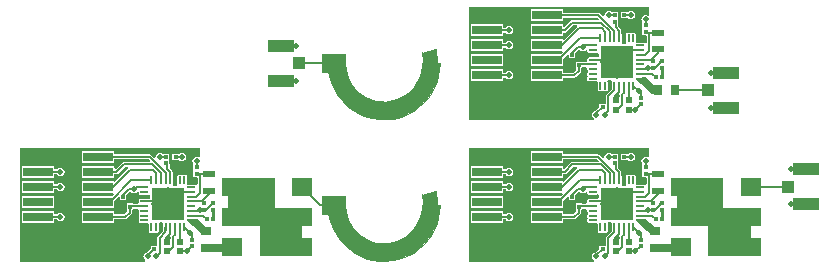
<source format=gtl>
G04*
G04 #@! TF.GenerationSoftware,Altium Limited,Altium Designer,21.7.2 (23)*
G04*
G04 Layer_Physical_Order=1*
G04 Layer_Color=255*
%FSLAX25Y25*%
%MOIN*%
G70*
G04*
G04 #@! TF.SameCoordinates,CCBFC18A-A892-47F7-AC39-C920CB58EF18*
G04*
G04*
G04 #@! TF.FilePolarity,Positive*
G04*
G01*
G75*
%ADD10C,0.00050*%
%ADD11R,0.08661X0.04134*%
%ADD12R,0.04134X0.03937*%
%ADD13R,0.03937X0.03937*%
%ADD14C,0.00600*%
%ADD15R,0.03150X0.03543*%
%ADD16R,0.09843X0.03000*%
%ADD17R,0.01378X0.01181*%
%ADD18R,0.01181X0.01378*%
G04:AMPARAMS|DCode=19|XSize=29.13mil|YSize=8.66mil|CornerRadius=1.08mil|HoleSize=0mil|Usage=FLASHONLY|Rotation=270.000|XOffset=0mil|YOffset=0mil|HoleType=Round|Shape=RoundedRectangle|*
%AMROUNDEDRECTD19*
21,1,0.02913,0.00650,0,0,270.0*
21,1,0.02697,0.00866,0,0,270.0*
1,1,0.00217,-0.00325,-0.01348*
1,1,0.00217,-0.00325,0.01348*
1,1,0.00217,0.00325,0.01348*
1,1,0.00217,0.00325,-0.01348*
%
%ADD19ROUNDEDRECTD19*%
G04:AMPARAMS|DCode=20|XSize=29.13mil|YSize=8.66mil|CornerRadius=1.08mil|HoleSize=0mil|Usage=FLASHONLY|Rotation=180.000|XOffset=0mil|YOffset=0mil|HoleType=Round|Shape=RoundedRectangle|*
%AMROUNDEDRECTD20*
21,1,0.02913,0.00650,0,0,180.0*
21,1,0.02697,0.00866,0,0,180.0*
1,1,0.00217,-0.01348,0.00325*
1,1,0.00217,0.01348,0.00325*
1,1,0.00217,0.01348,-0.00325*
1,1,0.00217,-0.01348,-0.00325*
%
%ADD20ROUNDEDRECTD20*%
%ADD21R,0.11024X0.11024*%
%ADD22R,0.02362X0.01968*%
%ADD23R,0.04331X0.02362*%
%ADD24C,0.02000*%
%ADD25C,0.02700*%
%ADD26C,0.00800*%
%ADD27C,0.01000*%
%ADD28R,0.03543X0.03150*%
%ADD29R,0.06500X0.06000*%
%ADD30C,0.02000*%
%ADD31C,0.02400*%
G36*
X226306Y122443D02*
X225806Y122176D01*
X225623Y122298D01*
X225076Y122407D01*
X224530Y122298D01*
X224067Y121989D01*
X223758Y121526D01*
X223649Y120979D01*
X223758Y120433D01*
X223821Y120339D01*
X223987Y119887D01*
X223987Y119887D01*
X223987Y119887D01*
Y117906D01*
X223987D01*
Y117722D01*
X223987D01*
Y115741D01*
X224989D01*
X225026Y115717D01*
X225338Y115654D01*
X225491Y115201D01*
Y113171D01*
X225491Y113171D01*
X224991Y112972D01*
X224679Y113101D01*
X222325D01*
X221958Y113196D01*
X221863Y113563D01*
Y115917D01*
X221702Y116306D01*
X221313Y116467D01*
X220663D01*
X220274Y116306D01*
X220127Y116306D01*
X219738Y116467D01*
X219089D01*
X218700Y116306D01*
X218538Y115917D01*
Y113220D01*
X218577Y113126D01*
X218251Y112626D01*
X217426D01*
X217100Y113126D01*
X217139Y113220D01*
Y115917D01*
X217046Y116140D01*
Y117206D01*
X217046Y117206D01*
X216984Y117518D01*
X216808Y117783D01*
X216011Y118580D01*
Y119971D01*
X216011Y119971D01*
X215995Y120050D01*
X215995Y121152D01*
X215995Y121652D01*
Y123317D01*
X213845D01*
X213833Y123336D01*
X213370Y123645D01*
X212824Y123754D01*
X212277Y123645D01*
X211814Y123336D01*
X211505Y122873D01*
X211396Y122327D01*
X211426Y122174D01*
X210966Y121928D01*
X209973Y122921D01*
X209708Y123098D01*
X209396Y123160D01*
X209396Y123160D01*
X197528D01*
Y124244D01*
X186885D01*
Y120444D01*
X197528D01*
Y121528D01*
X209058D01*
X209465Y121122D01*
X209274Y120660D01*
X200706D01*
X200394Y120598D01*
X200130Y120421D01*
X200130Y120421D01*
X198028Y118319D01*
X197528Y118526D01*
Y119244D01*
X186885D01*
Y115444D01*
X197528D01*
Y116528D01*
X198206D01*
X198206Y116528D01*
X198519Y116590D01*
X198783Y116767D01*
X201044Y119028D01*
X202089D01*
X202241Y118528D01*
X202229Y118521D01*
X202229Y118521D01*
X197828Y114120D01*
X197528Y114244D01*
Y114244D01*
X186885D01*
Y110444D01*
X197246D01*
X197453Y109944D01*
X196753Y109244D01*
X186885D01*
Y105444D01*
X197528D01*
Y107712D01*
X199141Y109326D01*
X199603Y109134D01*
Y108025D01*
X201584D01*
Y109569D01*
X202658Y110642D01*
X203197Y110735D01*
X203660Y110425D01*
X204206Y110317D01*
X204752Y110425D01*
X205216Y110735D01*
X205223Y110747D01*
X205724Y110595D01*
Y110326D01*
X205885Y109937D01*
X206274Y109776D01*
X208970D01*
X209065Y109815D01*
X209565Y109489D01*
Y108519D01*
X209065Y108337D01*
X208970Y108377D01*
X206274D01*
X205885Y108215D01*
X205724Y107826D01*
Y107177D01*
X205362Y106742D01*
X203750D01*
Y106803D01*
X201768D01*
Y104625D01*
X201920D01*
X201934Y104125D01*
X200968Y103160D01*
X197528D01*
Y104244D01*
X186885D01*
Y100444D01*
X197528D01*
Y101528D01*
X201306D01*
X201306Y101528D01*
X201619Y101591D01*
X201883Y101767D01*
X203336Y103220D01*
X203336Y103220D01*
X203513Y103485D01*
X203575Y103797D01*
Y104625D01*
X203750D01*
Y105111D01*
X205362D01*
X205724Y104677D01*
Y104027D01*
X205745Y103974D01*
X205863Y103565D01*
X205745Y103155D01*
X205724Y103102D01*
Y102452D01*
X205885Y102063D01*
X205885Y101916D01*
X205724Y101527D01*
Y100878D01*
X205885Y100488D01*
X206274Y100327D01*
X208628D01*
X208995Y100233D01*
X209090Y99866D01*
Y97511D01*
X209251Y97122D01*
X209640Y96961D01*
X210289D01*
X210342Y96983D01*
X210752Y97101D01*
X211162Y96983D01*
X211215Y96961D01*
X211864D01*
X212253Y97122D01*
X212414Y97511D01*
Y100208D01*
X212375Y100302D01*
X212701Y100802D01*
X213527D01*
X213853Y100302D01*
X213814Y100208D01*
Y97605D01*
X212129Y95921D01*
X211953Y95656D01*
X211891Y95344D01*
X211891Y95344D01*
Y93212D01*
X211865Y92722D01*
X209687D01*
Y91796D01*
X208402Y90511D01*
X208160Y90463D01*
X207697Y90153D01*
X207387Y89690D01*
X207279Y89144D01*
X207387Y88598D01*
X207697Y88135D01*
X208004Y87930D01*
X207852Y87430D01*
X166170D01*
Y125169D01*
X226306D01*
Y122443D01*
D02*
G37*
G36*
X224706Y100244D02*
X223606Y99444D01*
X222206Y100844D01*
Y101344D01*
X223606D01*
X224706Y100244D01*
D02*
G37*
G36*
X155442Y110442D02*
X155673Y109279D01*
X155828Y108103D01*
X155905Y106920D01*
Y106327D01*
X156496D01*
X156383Y104276D01*
X156046Y102250D01*
X155489Y100273D01*
X154718Y98369D01*
X153743Y96561D01*
X152576Y94870D01*
X151230Y93318D01*
X149722Y91923D01*
X148071Y90702D01*
X146295Y89669D01*
X144417Y88838D01*
X142459Y88217D01*
X140444Y87815D01*
X138398Y87636D01*
X136345Y87683D01*
X134308Y87954D01*
X132314Y88447D01*
X130386Y89156D01*
X128548Y90073D01*
X126821Y91185D01*
X125227Y92480D01*
X123784Y93942D01*
X122510Y95553D01*
X121420Y97295D01*
X120529Y99145D01*
X119845Y101082D01*
X119329Y103374D01*
X117323D01*
Y109280D01*
X125000D01*
Y106339D01*
X125000Y106293D01*
X125009Y105853D01*
X125165Y104280D01*
X125514Y102738D01*
X125981Y101413D01*
X126591Y100147D01*
X127337Y98955D01*
X128208Y97853D01*
X129196Y96852D01*
X130287Y95967D01*
X131468Y95205D01*
X132726Y94579D01*
X134045Y94094D01*
X135409Y93756D01*
X136803Y93570D01*
X138208Y93538D01*
X139608Y93661D01*
X140986Y93936D01*
X142326Y94361D01*
X143611Y94930D01*
X144826Y95636D01*
X145956Y96472D01*
X146987Y97426D01*
X147908Y98488D01*
X148707Y99645D01*
X149374Y100882D01*
X149901Y102184D01*
X150283Y103537D01*
X150513Y104924D01*
X150591Y106327D01*
X151181D01*
X151174Y106765D01*
X151117Y107639D01*
X151002Y108507D01*
X150831Y109367D01*
X150725Y109791D01*
X155288Y111014D01*
X155442Y110442D01*
D02*
G37*
G36*
X226306Y75199D02*
X225806Y74932D01*
X225623Y75054D01*
X225076Y75163D01*
X224530Y75054D01*
X224067Y74745D01*
X223758Y74282D01*
X223649Y73735D01*
X223758Y73189D01*
X223821Y73095D01*
X223987Y72643D01*
X223987Y72643D01*
X223987Y72643D01*
Y70662D01*
X223987D01*
Y70478D01*
X223987D01*
Y68497D01*
X224989D01*
X225026Y68472D01*
X225338Y68410D01*
X225491Y67957D01*
Y65926D01*
X225491Y65926D01*
X224991Y65728D01*
X224679Y65857D01*
X222325D01*
X221958Y65952D01*
X221863Y66319D01*
Y68673D01*
X221702Y69062D01*
X221313Y69223D01*
X220663D01*
X220274Y69062D01*
X220127Y69062D01*
X219738Y69223D01*
X219089D01*
X218700Y69062D01*
X218538Y68673D01*
Y65976D01*
X218577Y65882D01*
X218251Y65382D01*
X217426D01*
X217100Y65882D01*
X217139Y65976D01*
Y68673D01*
X217046Y68896D01*
Y69962D01*
X217046Y69962D01*
X216984Y70274D01*
X216808Y70539D01*
X216011Y71336D01*
Y72727D01*
X216011Y72727D01*
X215995Y72806D01*
X215995Y73908D01*
X215995Y74408D01*
Y76073D01*
X213845D01*
X213833Y76092D01*
X213370Y76401D01*
X212824Y76510D01*
X212277Y76401D01*
X211814Y76092D01*
X211505Y75629D01*
X211396Y75083D01*
X211426Y74930D01*
X210966Y74684D01*
X209973Y75677D01*
X209708Y75854D01*
X209396Y75916D01*
X209396Y75916D01*
X197528D01*
Y77000D01*
X186885D01*
Y73200D01*
X197528D01*
Y74284D01*
X209058D01*
X209465Y73878D01*
X209273Y73416D01*
X200706D01*
X200394Y73354D01*
X200130Y73177D01*
X200130Y73177D01*
X198028Y71075D01*
X197528Y71282D01*
Y72000D01*
X186885D01*
Y68200D01*
X197528D01*
Y69284D01*
X198206D01*
X198206Y69284D01*
X198518Y69346D01*
X198783Y69523D01*
X201044Y71784D01*
X202089D01*
X202241Y71284D01*
X202229Y71277D01*
X202229Y71277D01*
X197828Y66875D01*
X197528Y67000D01*
Y67000D01*
X186885D01*
Y63200D01*
X197246D01*
X197453Y62700D01*
X196753Y62000D01*
X186885D01*
Y58200D01*
X197528D01*
Y60468D01*
X199141Y62081D01*
X199603Y61890D01*
Y60781D01*
X201584D01*
Y62324D01*
X202658Y63398D01*
X203197Y63491D01*
X203660Y63181D01*
X204206Y63073D01*
X204752Y63181D01*
X205216Y63491D01*
X205223Y63502D01*
X205724Y63351D01*
Y63082D01*
X205885Y62693D01*
X206274Y62532D01*
X208970D01*
X209065Y62571D01*
X209565Y62245D01*
Y61275D01*
X209065Y61093D01*
X208970Y61132D01*
X206274D01*
X205885Y60971D01*
X205724Y60582D01*
Y59933D01*
X205362Y59498D01*
X203750D01*
Y59559D01*
X201768D01*
Y57381D01*
X201920D01*
X201934Y56881D01*
X200968Y55916D01*
X197528D01*
Y57000D01*
X186885D01*
Y53200D01*
X197528D01*
Y54284D01*
X201306D01*
X201306Y54284D01*
X201618Y54346D01*
X201883Y54523D01*
X203336Y55976D01*
X203336Y55976D01*
X203513Y56241D01*
X203575Y56553D01*
Y57381D01*
X203750D01*
Y57867D01*
X205362D01*
X205724Y57433D01*
Y56783D01*
X205745Y56730D01*
X205863Y56321D01*
X205745Y55911D01*
X205724Y55858D01*
Y55208D01*
X205885Y54819D01*
X205885Y54672D01*
X205724Y54283D01*
Y53633D01*
X205885Y53245D01*
X206274Y53083D01*
X208628D01*
X208995Y52989D01*
X209090Y52621D01*
Y50267D01*
X209251Y49878D01*
X209640Y49717D01*
X210289D01*
X210342Y49739D01*
X210752Y49857D01*
X211162Y49739D01*
X211215Y49717D01*
X211864D01*
X212253Y49878D01*
X212414Y50267D01*
Y52964D01*
X212375Y53058D01*
X212701Y53558D01*
X213527D01*
X213853Y53058D01*
X213814Y52964D01*
Y50361D01*
X212129Y48677D01*
X211953Y48412D01*
X211891Y48100D01*
X211891Y48100D01*
Y45968D01*
X211865Y45478D01*
X209687D01*
Y44552D01*
X208402Y43267D01*
X208160Y43219D01*
X207697Y42909D01*
X207387Y42446D01*
X207279Y41900D01*
X207387Y41354D01*
X207697Y40891D01*
X208004Y40686D01*
X207852Y40186D01*
X166170D01*
Y77925D01*
X226306D01*
Y75199D01*
D02*
G37*
G36*
X76700D02*
X76200Y74932D01*
X76016Y75054D01*
X75470Y75163D01*
X74924Y75054D01*
X74461Y74745D01*
X74151Y74282D01*
X74043Y73735D01*
X74151Y73189D01*
X74215Y73095D01*
X74381Y72643D01*
X74381Y72643D01*
X74381Y72643D01*
Y70662D01*
X74381D01*
Y70478D01*
X74381D01*
Y68497D01*
X75383D01*
X75419Y68472D01*
X75731Y68410D01*
X75884Y67957D01*
Y65926D01*
X75884Y65926D01*
X75384Y65728D01*
X75073Y65857D01*
X72719D01*
X72352Y65952D01*
X72257Y66319D01*
Y68673D01*
X72096Y69062D01*
X71707Y69223D01*
X71057D01*
X70668Y69062D01*
X70521Y69062D01*
X70132Y69223D01*
X69482D01*
X69093Y69062D01*
X68932Y68673D01*
Y65976D01*
X68971Y65882D01*
X68645Y65382D01*
X67819D01*
X67493Y65882D01*
X67532Y65976D01*
Y68673D01*
X67440Y68896D01*
Y69962D01*
X67440Y69962D01*
X67378Y70274D01*
X67201Y70539D01*
X66405Y71336D01*
Y72727D01*
X66405Y72727D01*
X66389Y72806D01*
X66389Y73908D01*
X66389Y74408D01*
Y76073D01*
X64239D01*
X64227Y76092D01*
X63764Y76401D01*
X63217Y76510D01*
X62671Y76401D01*
X62208Y76092D01*
X61899Y75629D01*
X61790Y75083D01*
X61820Y74930D01*
X61360Y74684D01*
X60366Y75677D01*
X60102Y75854D01*
X59790Y75916D01*
X59790Y75916D01*
X47921D01*
Y77000D01*
X37279D01*
Y73200D01*
X47921D01*
Y74284D01*
X59452D01*
X59859Y73878D01*
X59667Y73416D01*
X51100D01*
X50788Y73354D01*
X50523Y73177D01*
X50523Y73177D01*
X48421Y71075D01*
X47921Y71282D01*
Y72000D01*
X37279D01*
Y68200D01*
X47921D01*
Y69284D01*
X48600D01*
X48600Y69284D01*
X48912Y69346D01*
X49177Y69523D01*
X51438Y71784D01*
X52483D01*
X52635Y71284D01*
X52623Y71277D01*
X52623Y71277D01*
X48222Y66875D01*
X47921Y67000D01*
Y67000D01*
X37279D01*
Y63200D01*
X47639D01*
X47846Y62700D01*
X47146Y62000D01*
X37279D01*
Y58200D01*
X47921D01*
Y60468D01*
X49535Y62081D01*
X49997Y61890D01*
Y60781D01*
X51978D01*
Y62324D01*
X53051Y63398D01*
X53591Y63491D01*
X54054Y63181D01*
X54600Y63073D01*
X55146Y63181D01*
X55609Y63491D01*
X55617Y63502D01*
X56117Y63351D01*
Y63082D01*
X56278Y62693D01*
X56667Y62532D01*
X59364D01*
X59458Y62571D01*
X59958Y62245D01*
Y61275D01*
X59458Y61093D01*
X59364Y61132D01*
X56667D01*
X56278Y60971D01*
X56117Y60582D01*
Y59933D01*
X55756Y59498D01*
X54143D01*
Y59559D01*
X52162D01*
Y57381D01*
X52314D01*
X52328Y56881D01*
X51362Y55916D01*
X47921D01*
Y57000D01*
X37279D01*
Y53200D01*
X47921D01*
Y54284D01*
X51700D01*
X51700Y54284D01*
X52012Y54346D01*
X52277Y54523D01*
X53729Y55976D01*
X53729Y55976D01*
X53906Y56241D01*
X53968Y56553D01*
Y57381D01*
X54143D01*
Y57867D01*
X55756D01*
X56117Y57433D01*
Y56783D01*
X56139Y56730D01*
X56257Y56321D01*
X56139Y55911D01*
X56117Y55858D01*
Y55208D01*
X56278Y54819D01*
X56278Y54672D01*
X56117Y54283D01*
Y53633D01*
X56278Y53245D01*
X56667Y53083D01*
X59021D01*
X59389Y52989D01*
X59483Y52621D01*
Y50267D01*
X59645Y49878D01*
X60034Y49717D01*
X60683D01*
X61072Y49878D01*
X61219Y49878D01*
X61608Y49717D01*
X62258D01*
X62647Y49878D01*
X62808Y50267D01*
Y52964D01*
X62769Y53058D01*
X63095Y53558D01*
X63921D01*
X64247Y53058D01*
X64208Y52964D01*
Y50361D01*
X62523Y48677D01*
X62346Y48412D01*
X62284Y48100D01*
X62284Y48100D01*
Y45968D01*
X62259Y45478D01*
X60081D01*
Y44552D01*
X58796Y43267D01*
X58554Y43219D01*
X58091Y42909D01*
X57781Y42446D01*
X57673Y41900D01*
X57781Y41354D01*
X58091Y40891D01*
X58397Y40686D01*
X58246Y40186D01*
X16564D01*
Y77925D01*
X76700D01*
Y75199D01*
D02*
G37*
G36*
X224706Y53000D02*
X223606Y52200D01*
X222206Y53600D01*
Y54100D01*
X223606D01*
X224706Y53000D01*
D02*
G37*
G36*
X75100D02*
X74000Y52200D01*
X72600Y53600D01*
Y54100D01*
X74000D01*
X75100Y53000D01*
D02*
G37*
G36*
X155442Y63197D02*
X155673Y62034D01*
X155828Y60859D01*
X155905Y59676D01*
Y59083D01*
X156496D01*
X156383Y57032D01*
X156046Y55006D01*
X155489Y53029D01*
X154718Y51124D01*
X153743Y49316D01*
X152576Y47626D01*
X151230Y46074D01*
X149722Y44679D01*
X148071Y43458D01*
X146295Y42425D01*
X144417Y41594D01*
X142459Y40973D01*
X140444Y40571D01*
X138398Y40392D01*
X136345Y40439D01*
X134308Y40710D01*
X132314Y41203D01*
X130386Y41912D01*
X128548Y42829D01*
X126821Y43941D01*
X125227Y45236D01*
X123784Y46698D01*
X122510Y48309D01*
X121420Y50050D01*
X120529Y51901D01*
X119845Y53838D01*
X119329Y56130D01*
X117323D01*
Y62036D01*
X125000D01*
Y59095D01*
X125000Y59049D01*
X125009Y58609D01*
X125165Y57036D01*
X125514Y55494D01*
X125981Y54169D01*
X126591Y52903D01*
X127337Y51711D01*
X128208Y50609D01*
X129196Y49608D01*
X130287Y48722D01*
X131468Y47961D01*
X132726Y47335D01*
X134045Y46850D01*
X135409Y46512D01*
X136803Y46326D01*
X138208Y46294D01*
X139608Y46417D01*
X140986Y46692D01*
X142326Y47117D01*
X143611Y47686D01*
X144826Y48392D01*
X145956Y49228D01*
X146987Y50182D01*
X147908Y51244D01*
X148707Y52401D01*
X149374Y53638D01*
X149901Y54940D01*
X150283Y56293D01*
X150513Y57679D01*
X150591Y59083D01*
X151181D01*
X151174Y59521D01*
X151117Y60395D01*
X151002Y61263D01*
X150831Y62122D01*
X150725Y62547D01*
X155288Y63770D01*
X155442Y63197D01*
D02*
G37*
G36*
X251006Y57970D02*
X260317D01*
Y41970D01*
X246006D01*
Y51970D01*
X235514D01*
Y67970D01*
X251006D01*
Y57970D01*
D02*
G37*
G36*
X101400D02*
X110711D01*
Y41970D01*
X96400D01*
Y51970D01*
X85908D01*
Y67970D01*
X101400D01*
Y57970D01*
D02*
G37*
%LPC*%
G36*
X220089Y123754D02*
X219543Y123645D01*
X219080Y123336D01*
X219067Y123317D01*
X216917D01*
Y121336D01*
X219067D01*
X219080Y121317D01*
X219543Y121008D01*
X220089Y120899D01*
X220635Y121008D01*
X221098Y121317D01*
X221408Y121781D01*
X221516Y122327D01*
X221408Y122873D01*
X221098Y123336D01*
X220635Y123645D01*
X220089Y123754D01*
D02*
G37*
G36*
X177528Y119244D02*
X166885D01*
Y115444D01*
X177528D01*
Y116528D01*
X178468D01*
X178597Y116335D01*
X179060Y116025D01*
X179606Y115917D01*
X180152Y116025D01*
X180616Y116335D01*
X180925Y116798D01*
X181034Y117344D01*
X180925Y117890D01*
X180616Y118353D01*
X180152Y118663D01*
X179606Y118772D01*
X179060Y118663D01*
X178597Y118353D01*
X178468Y118160D01*
X177528D01*
Y119244D01*
D02*
G37*
G36*
Y114244D02*
X166885D01*
Y110444D01*
X177528D01*
Y111528D01*
X178468D01*
X178597Y111335D01*
X179060Y111025D01*
X179606Y110917D01*
X180152Y111025D01*
X180616Y111335D01*
X180925Y111798D01*
X181034Y112344D01*
X180925Y112890D01*
X180616Y113353D01*
X180152Y113663D01*
X179606Y113771D01*
X179060Y113663D01*
X178597Y113353D01*
X178468Y113160D01*
X177528D01*
Y114244D01*
D02*
G37*
G36*
Y109244D02*
X166885D01*
Y105444D01*
X177528D01*
Y109244D01*
D02*
G37*
G36*
Y104244D02*
X166885D01*
Y100444D01*
X177528D01*
Y101528D01*
X178468D01*
X178597Y101335D01*
X179060Y101025D01*
X179606Y100917D01*
X180152Y101025D01*
X180616Y101335D01*
X180925Y101798D01*
X181034Y102344D01*
X180925Y102890D01*
X180616Y103353D01*
X180152Y103663D01*
X179606Y103771D01*
X179060Y103663D01*
X178597Y103353D01*
X178468Y103160D01*
X177528D01*
Y104244D01*
D02*
G37*
G36*
X220089Y76510D02*
X219543Y76401D01*
X219080Y76092D01*
X219067Y76073D01*
X216917D01*
Y74092D01*
X219067D01*
X219080Y74073D01*
X219543Y73764D01*
X220089Y73655D01*
X220635Y73764D01*
X221098Y74073D01*
X221408Y74536D01*
X221516Y75083D01*
X221408Y75629D01*
X221098Y76092D01*
X220635Y76401D01*
X220089Y76510D01*
D02*
G37*
G36*
X177527Y72000D02*
X166885D01*
Y68200D01*
X177527D01*
Y69284D01*
X178468D01*
X178597Y69091D01*
X179060Y68781D01*
X179606Y68673D01*
X180152Y68781D01*
X180616Y69091D01*
X180925Y69554D01*
X181034Y70100D01*
X180925Y70646D01*
X180616Y71109D01*
X180152Y71419D01*
X179606Y71527D01*
X179060Y71419D01*
X178597Y71109D01*
X178468Y70916D01*
X177527D01*
Y72000D01*
D02*
G37*
G36*
Y67000D02*
X166885D01*
Y63200D01*
X177527D01*
Y64284D01*
X178468D01*
X178597Y64091D01*
X179060Y63781D01*
X179606Y63673D01*
X180152Y63781D01*
X180616Y64091D01*
X180925Y64554D01*
X181034Y65100D01*
X180925Y65646D01*
X180616Y66109D01*
X180152Y66419D01*
X179606Y66527D01*
X179060Y66419D01*
X178597Y66109D01*
X178468Y65916D01*
X177527D01*
Y67000D01*
D02*
G37*
G36*
Y62000D02*
X166885D01*
Y58200D01*
X177527D01*
Y62000D01*
D02*
G37*
G36*
Y57000D02*
X166885D01*
Y53200D01*
X177527D01*
Y54284D01*
X178468D01*
X178597Y54091D01*
X179060Y53781D01*
X179606Y53673D01*
X180152Y53781D01*
X180616Y54091D01*
X180925Y54554D01*
X181034Y55100D01*
X180925Y55646D01*
X180616Y56109D01*
X180152Y56419D01*
X179606Y56527D01*
X179060Y56419D01*
X178597Y56109D01*
X178468Y55916D01*
X177527D01*
Y57000D01*
D02*
G37*
G36*
X70483Y76510D02*
X69936Y76401D01*
X69473Y76092D01*
X69461Y76073D01*
X67311D01*
Y74092D01*
X69461D01*
X69473Y74073D01*
X69936Y73764D01*
X70483Y73655D01*
X71029Y73764D01*
X71492Y74073D01*
X71801Y74536D01*
X71910Y75083D01*
X71801Y75629D01*
X71492Y76092D01*
X71029Y76401D01*
X70483Y76510D01*
D02*
G37*
G36*
X27921Y72000D02*
X17279D01*
Y68200D01*
X27921D01*
Y69284D01*
X28861D01*
X28991Y69091D01*
X29454Y68781D01*
X30000Y68673D01*
X30546Y68781D01*
X31009Y69091D01*
X31319Y69554D01*
X31427Y70100D01*
X31319Y70646D01*
X31009Y71109D01*
X30546Y71419D01*
X30000Y71527D01*
X29454Y71419D01*
X28991Y71109D01*
X28861Y70916D01*
X27921D01*
Y72000D01*
D02*
G37*
G36*
Y67000D02*
X17279D01*
Y63200D01*
X27921D01*
Y64284D01*
X28861D01*
X28991Y64091D01*
X29454Y63781D01*
X30000Y63673D01*
X30546Y63781D01*
X31009Y64091D01*
X31319Y64554D01*
X31427Y65100D01*
X31319Y65646D01*
X31009Y66109D01*
X30546Y66419D01*
X30000Y66527D01*
X29454Y66419D01*
X28991Y66109D01*
X28861Y65916D01*
X27921D01*
Y67000D01*
D02*
G37*
G36*
Y62000D02*
X17279D01*
Y58200D01*
X27921D01*
Y62000D01*
D02*
G37*
G36*
Y57000D02*
X17279D01*
Y53200D01*
X27921D01*
Y54284D01*
X28861D01*
X28991Y54091D01*
X29454Y53781D01*
X30000Y53673D01*
X30546Y53781D01*
X31009Y54091D01*
X31319Y54554D01*
X31427Y55100D01*
X31319Y55646D01*
X31009Y56109D01*
X30546Y56419D01*
X30000Y56527D01*
X29454Y56419D01*
X28991Y56109D01*
X28861Y55916D01*
X27921D01*
Y57000D01*
D02*
G37*
%LPD*%
D10*
X155905Y106327D02*
G03*
X155288Y111014I-18110J-0D01*
G01*
X151181Y106327D02*
G03*
X150725Y109791I-13386J0D01*
G01*
X155905Y106327D02*
X156496D01*
X150725Y109791D02*
X155288Y111014D01*
X117323Y106327D02*
Y109280D01*
Y103374D02*
Y106327D01*
X156383Y104276D02*
X156496Y106327D01*
X156046Y102250D02*
X156383Y104276D01*
X155489Y100273D02*
X156046Y102250D01*
X154718Y98369D02*
X155489Y100273D01*
X153743Y96561D02*
X154718Y98369D01*
X150591Y106327D02*
X151181D01*
X150513Y104924D02*
X150591Y106327D01*
X150283Y103537D02*
X150513Y104924D01*
X149901Y102184D02*
X150283Y103537D01*
X149374Y100882D02*
X149901Y102184D01*
X148707Y99645D02*
X149374Y100882D01*
X147908Y98488D02*
X148707Y99645D01*
X146987Y97426D02*
X147908Y98488D01*
X145956Y96472D02*
X146987Y97426D01*
X144826Y95636D02*
X145956Y96472D01*
X152576Y94870D02*
X153743Y96561D01*
X151230Y93318D02*
X152576Y94870D01*
X149722Y91923D02*
X151230Y93318D01*
X143611Y94930D02*
X144826Y95636D01*
X142326Y94361D02*
X143611Y94930D01*
X148071Y90702D02*
X149722Y91923D01*
X146295Y89669D02*
X148071Y90702D01*
X144417Y88838D02*
X146295Y89669D01*
X142459Y88217D02*
X144417Y88838D01*
X140444Y87815D02*
X142459Y88217D01*
X140986Y93936D02*
X142326Y94361D01*
X139608Y93661D02*
X140986Y93936D01*
X135409Y93756D02*
X136803Y93570D01*
X132726Y94579D02*
X134045Y94094D01*
X135409Y93756D01*
X138208Y93538D02*
X139608Y93661D01*
X136803Y93570D02*
X138208Y93538D01*
X138398Y87636D02*
X140444Y87815D01*
X134308Y87954D02*
X136345Y87683D01*
X138398Y87636D01*
X125000Y106339D02*
Y106393D01*
Y107907D02*
Y109280D01*
Y106339D02*
X125000Y106293D01*
X117323Y109280D02*
X125000D01*
X125514Y102738D02*
X125981Y101413D01*
X125165Y104280D02*
X125514Y102738D01*
X125981Y101413D02*
X126591Y100147D01*
X125000Y106293D02*
X125009Y105853D01*
X125165Y104280D01*
X125000Y106393D02*
Y106609D01*
Y107907D01*
X119329Y103374D02*
X119845Y101082D01*
X117323Y103374D02*
X119329D01*
X129196Y96852D02*
X130287Y95967D01*
X131468Y95205D02*
X132726Y94579D01*
X130386Y89156D02*
X132314Y88447D01*
X134308Y87954D01*
X130287Y95967D02*
X131468Y95205D01*
X128548Y90073D02*
X130386Y89156D01*
X127337Y98955D02*
X128208Y97853D01*
X126591Y100147D02*
X127337Y98955D01*
X128208Y97853D02*
X129196Y96852D01*
X119845Y101082D02*
X120529Y99145D01*
X121420Y97295D01*
X125227Y92480D02*
X126821Y91185D01*
X123784Y93942D02*
X125227Y92480D01*
X126821Y91185D02*
X128548Y90073D01*
X121420Y97295D02*
X122510Y95553D01*
X123784Y93942D01*
X155905Y59083D02*
G03*
X155288Y63770I-18110J-0D01*
G01*
X151181Y59083D02*
G03*
X150725Y62547I-13386J0D01*
G01*
X117323Y59083D02*
Y62036D01*
Y56130D02*
Y59083D01*
X155905D02*
X156496D01*
X156383Y57032D02*
X156496Y59083D01*
X150725Y62547D02*
X155288Y63770D01*
X156046Y55006D02*
X156383Y57032D01*
X155489Y53029D02*
X156046Y55006D01*
X154718Y51124D02*
X155489Y53029D01*
X153743Y49316D02*
X154718Y51124D01*
X150591Y59083D02*
X151181D01*
X150513Y57679D02*
X150591Y59083D01*
X150283Y56293D02*
X150513Y57679D01*
X149901Y54940D02*
X150283Y56293D01*
X149374Y53638D02*
X149901Y54940D01*
X148707Y52401D02*
X149374Y53638D01*
X147908Y51244D02*
X148707Y52401D01*
X146987Y50182D02*
X147908Y51244D01*
X145956Y49228D02*
X146987Y50182D01*
X144826Y48392D02*
X145956Y49228D01*
X152576Y47626D02*
X153743Y49316D01*
X151230Y46074D02*
X152576Y47626D01*
X149722Y44679D02*
X151230Y46074D01*
X143611Y47686D02*
X144826Y48392D01*
X142326Y47117D02*
X143611Y47686D01*
X148071Y43458D02*
X149722Y44679D01*
X146295Y42425D02*
X148071Y43458D01*
X144417Y41594D02*
X146295Y42425D01*
X142459Y40973D02*
X144417Y41594D01*
X140444Y40571D02*
X142459Y40973D01*
X140986Y46692D02*
X142326Y47117D01*
X139608Y46417D02*
X140986Y46692D01*
X135409Y46512D02*
X136803Y46326D01*
X132726Y47335D02*
X134045Y46850D01*
X135409Y46512D01*
X138208Y46294D02*
X139608Y46417D01*
X136803Y46326D02*
X138208Y46294D01*
X138398Y40392D02*
X140444Y40571D01*
X134308Y40710D02*
X136345Y40439D01*
X138398Y40392D01*
X125000Y59095D02*
Y59149D01*
Y60663D02*
Y62036D01*
Y59095D02*
X125000Y59049D01*
X117323Y62036D02*
X125000D01*
X125514Y55494D02*
X125981Y54169D01*
X125165Y57036D02*
X125514Y55494D01*
X125981Y54169D02*
X126591Y52903D01*
X125000Y59049D02*
X125009Y58609D01*
X125165Y57036D01*
X125000Y59149D02*
Y59365D01*
Y60663D01*
X119329Y56130D02*
X119845Y53838D01*
X117323Y56130D02*
X119329D01*
X129196Y49608D02*
X130287Y48722D01*
X131468Y47961D02*
X132726Y47335D01*
X130386Y41912D02*
X132314Y41203D01*
X134308Y40710D01*
X130287Y48722D02*
X131468Y47961D01*
X128548Y42829D02*
X130386Y41912D01*
X127337Y51711D02*
X128208Y50609D01*
X126591Y52903D02*
X127337Y51711D01*
X128208Y50609D02*
X129196Y49608D01*
X119845Y53838D02*
X120529Y51901D01*
X121420Y50050D01*
X125227Y45236D02*
X126821Y43941D01*
X123784Y46698D02*
X125227Y45236D01*
X126821Y43941D02*
X128548Y42829D01*
X121420Y50050D02*
X122510Y48309D01*
X123784Y46698D01*
D11*
X103600Y100537D02*
D03*
Y112151D02*
D03*
X251906Y91537D02*
D03*
Y103151D02*
D03*
X278706Y59293D02*
D03*
Y70907D02*
D03*
D12*
X109604Y106344D02*
D03*
X245902Y97344D02*
D03*
X272702Y65100D02*
D03*
D13*
X120079Y106327D02*
D03*
Y59083D02*
D03*
D14*
X109604Y106327D02*
X117323D01*
X120079D01*
X245902Y97344D02*
X245902Y97344D01*
X234762Y97344D02*
X245902D01*
X272572Y64970D02*
X272702Y65100D01*
X260256Y64970D02*
X272572D01*
X236530Y44744D02*
X236756Y44970D01*
X86924Y44744D02*
X87150Y44970D01*
X117323Y59083D02*
X120079D01*
X116537D02*
X117323D01*
X110650Y64970D02*
X116537Y59083D01*
D15*
X229250Y97344D02*
D03*
X234762D02*
D03*
D16*
X172206Y122344D02*
D03*
X192206D02*
D03*
X172206Y117344D02*
D03*
X192206D02*
D03*
X172206Y112344D02*
D03*
X192206D02*
D03*
X172206Y107344D02*
D03*
X192206D02*
D03*
X172206Y102344D02*
D03*
X192206D02*
D03*
X172206Y75100D02*
D03*
X192206D02*
D03*
X172206Y70100D02*
D03*
X192206D02*
D03*
X172206Y65100D02*
D03*
X192206D02*
D03*
X172206Y60100D02*
D03*
X192206D02*
D03*
X172206Y55100D02*
D03*
X192206D02*
D03*
X22600Y75100D02*
D03*
X42600D02*
D03*
X22600Y70100D02*
D03*
X42600D02*
D03*
X22600Y65100D02*
D03*
X42600D02*
D03*
X22600Y60100D02*
D03*
X42600D02*
D03*
X22600Y55100D02*
D03*
X42600D02*
D03*
D17*
X210776Y91732D02*
D03*
Y93897D02*
D03*
X218006Y120161D02*
D03*
Y122327D02*
D03*
X227576Y106897D02*
D03*
Y104732D02*
D03*
X223476Y94797D02*
D03*
Y92632D02*
D03*
X230576Y104732D02*
D03*
Y106897D02*
D03*
X225076Y116732D02*
D03*
Y118897D02*
D03*
X214906Y120161D02*
D03*
Y122327D02*
D03*
X210776Y44487D02*
D03*
Y46653D02*
D03*
X218006Y72917D02*
D03*
Y75083D02*
D03*
X227576Y59653D02*
D03*
Y57487D02*
D03*
X223476Y47553D02*
D03*
Y45387D02*
D03*
X230576Y57487D02*
D03*
Y59653D02*
D03*
X225076Y69487D02*
D03*
Y71653D02*
D03*
X214906Y72917D02*
D03*
Y75083D02*
D03*
X61170Y44487D02*
D03*
Y46653D02*
D03*
X68400Y72917D02*
D03*
Y75083D02*
D03*
X77970Y59653D02*
D03*
Y57487D02*
D03*
X73870Y47553D02*
D03*
Y45387D02*
D03*
X80970Y57487D02*
D03*
Y59653D02*
D03*
X75470Y69487D02*
D03*
Y71653D02*
D03*
X65300Y72917D02*
D03*
Y75083D02*
D03*
D18*
X200594Y109114D02*
D03*
X202759D02*
D03*
X228494Y101614D02*
D03*
X230659D02*
D03*
X200594Y105714D02*
D03*
X202759D02*
D03*
X200594Y61870D02*
D03*
X202759D02*
D03*
X228494Y54370D02*
D03*
X230659D02*
D03*
X200594Y58470D02*
D03*
X202759D02*
D03*
X50987Y61870D02*
D03*
X53153D02*
D03*
X78887Y54370D02*
D03*
X81053D02*
D03*
X50987Y58470D02*
D03*
X53153D02*
D03*
D19*
X209965Y98860D02*
D03*
X213114D02*
D03*
X211539D02*
D03*
X216264D02*
D03*
X214689D02*
D03*
X217839D02*
D03*
X211539Y114568D02*
D03*
X209965D02*
D03*
X214689D02*
D03*
X213114D02*
D03*
X216264D02*
D03*
X220988Y98860D02*
D03*
X219413D02*
D03*
X220988Y114568D02*
D03*
X219413D02*
D03*
X217839D02*
D03*
X209965Y51616D02*
D03*
X213114D02*
D03*
X211539D02*
D03*
X216264D02*
D03*
X214689D02*
D03*
X217839D02*
D03*
X211539Y67324D02*
D03*
X209965D02*
D03*
X214689D02*
D03*
X213114D02*
D03*
X216264D02*
D03*
X220988Y51616D02*
D03*
X219413D02*
D03*
X220988Y67324D02*
D03*
X219413D02*
D03*
X217839D02*
D03*
X60358Y51616D02*
D03*
X63508D02*
D03*
X61933D02*
D03*
X66658D02*
D03*
X65083D02*
D03*
X68232D02*
D03*
X61933Y67324D02*
D03*
X60358D02*
D03*
X65083D02*
D03*
X63508D02*
D03*
X66658D02*
D03*
X71382Y51616D02*
D03*
X69807D02*
D03*
X71382Y67324D02*
D03*
X69807D02*
D03*
X68232D02*
D03*
D20*
X207622Y101202D02*
D03*
Y102777D02*
D03*
Y104352D02*
D03*
Y105927D02*
D03*
Y107502D02*
D03*
Y109076D02*
D03*
Y110651D02*
D03*
Y112226D02*
D03*
X223331Y101202D02*
D03*
Y105927D02*
D03*
Y104352D02*
D03*
Y107502D02*
D03*
Y102777D02*
D03*
Y110651D02*
D03*
Y109076D02*
D03*
Y112226D02*
D03*
X207622Y53958D02*
D03*
Y55533D02*
D03*
Y57108D02*
D03*
Y58683D02*
D03*
Y60258D02*
D03*
Y61832D02*
D03*
Y63407D02*
D03*
Y64982D02*
D03*
X223331Y53958D02*
D03*
Y58683D02*
D03*
Y57108D02*
D03*
Y60258D02*
D03*
Y55533D02*
D03*
Y63407D02*
D03*
Y61832D02*
D03*
Y64982D02*
D03*
X58016Y53958D02*
D03*
Y55533D02*
D03*
Y57108D02*
D03*
Y58683D02*
D03*
Y60258D02*
D03*
Y61832D02*
D03*
Y63407D02*
D03*
Y64982D02*
D03*
X73724Y53958D02*
D03*
Y58683D02*
D03*
Y57108D02*
D03*
Y60258D02*
D03*
Y55533D02*
D03*
Y63407D02*
D03*
Y61832D02*
D03*
Y64982D02*
D03*
D21*
X215476Y106714D02*
D03*
X215476Y59470D02*
D03*
X65870D02*
D03*
D22*
X219472Y94019D02*
D03*
X215141D02*
D03*
Y90869D02*
D03*
X219472D02*
D03*
X219472Y46775D02*
D03*
X215141D02*
D03*
Y43625D02*
D03*
X219472D02*
D03*
X69865Y46775D02*
D03*
X65535D02*
D03*
Y43625D02*
D03*
X69865D02*
D03*
D23*
X229276Y110958D02*
D03*
Y116470D02*
D03*
X229276Y63714D02*
D03*
Y69226D02*
D03*
X79670Y63714D02*
D03*
Y69226D02*
D03*
D24*
X227450Y97500D02*
X228306D01*
X227450Y50256D02*
X228306D01*
X77844D02*
X78700D01*
D25*
X224706Y100244D02*
X227450Y97500D01*
X224706Y53000D02*
X227450Y50256D01*
X228306Y44744D02*
X236530D01*
X75100Y53000D02*
X77844Y50256D01*
X78700Y44744D02*
X86924D01*
D26*
X223331Y102777D02*
X227331D01*
X212772Y98518D02*
X213114Y98860D01*
X212772Y97135D02*
Y98518D01*
X212240Y96603D02*
X212772Y97135D01*
X210858Y96603D02*
X212240D01*
X210374Y96120D02*
X210858Y96603D01*
X210374Y96120D02*
X211065Y95428D01*
X211539Y114568D02*
Y116807D01*
X210402Y117944D02*
X211539Y116807D01*
X202806Y117944D02*
X210402D01*
X210199Y119844D02*
X213114Y116929D01*
X200706Y119844D02*
X210199D01*
X209396Y122344D02*
X214689Y117051D01*
X192206Y122344D02*
X209396D01*
X213114Y114568D02*
Y116929D01*
X214689Y114568D02*
Y117051D01*
X215195Y118242D02*
X216231Y117206D01*
X215195Y118242D02*
Y119971D01*
X217839Y118144D02*
Y119994D01*
Y114568D02*
Y118144D01*
X214906Y120161D02*
X215005D01*
X215195Y119971D01*
X216231Y114602D02*
Y117206D01*
Y114602D02*
X216264Y114568D01*
Y110651D02*
X223331D01*
X225076Y118897D02*
Y120979D01*
X218006Y122327D02*
X220089D01*
X212824D02*
X214906D01*
X217839Y119994D02*
X218006Y120161D01*
X207622Y107502D02*
X214689D01*
X215476Y106714D01*
X202606Y111744D02*
X204206D01*
X200594Y109731D02*
X202606Y111744D01*
X200594Y109114D02*
Y109731D01*
X196006Y107344D02*
X203231Y114568D01*
X209965D01*
X192206Y107344D02*
X196006D01*
X204206Y111744D02*
X204688Y112226D01*
X207622D01*
X227576Y104732D02*
X228194D01*
X229087Y105625D01*
Y105653D01*
X229556Y106122D01*
X229584D01*
X230359Y106897D01*
X230576D01*
X225806Y104744D02*
X226006D01*
X225414Y104352D02*
X225806Y104744D01*
X223331Y104352D02*
X225414D01*
X215141Y95479D02*
X216264Y96602D01*
X217306Y95947D02*
X217806Y96446D01*
Y98827D01*
X217839Y98860D01*
X216264Y96602D02*
Y98860D01*
X217306Y92444D02*
Y95947D01*
X216202Y91339D02*
X217306Y92444D01*
X215111Y91339D02*
X216202D01*
X211065Y94087D02*
Y95428D01*
X210875Y93897D02*
X211065Y94087D01*
X210776Y93897D02*
X210875D01*
X212706Y95344D02*
X214656Y97294D01*
Y98827D01*
X214689Y98860D01*
X221714Y90869D02*
X223476Y92632D01*
X219472Y90869D02*
X221714D01*
X208706Y89144D02*
Y89661D01*
X210776Y91732D01*
X172206Y117344D02*
X179606D01*
X172206Y112344D02*
X179606D01*
X172206Y102344D02*
X179606D01*
X198206Y117344D02*
X200706Y119844D01*
X192206Y117344D02*
X198206D01*
X197206Y112344D02*
X202806Y117944D01*
X192206Y112344D02*
X197206D01*
X202759Y108397D02*
Y109114D01*
X200594Y106231D02*
X202759Y108397D01*
X200594Y105714D02*
Y106231D01*
X207584Y109114D02*
X207622Y109076D01*
X202759Y109114D02*
X207584D01*
X202759Y105714D02*
X202972Y105927D01*
X207622D01*
X202759Y103797D02*
Y105714D01*
X201306Y102344D02*
X202759Y103797D01*
X192206Y102344D02*
X201306D01*
X211506Y89044D02*
X212706Y90244D01*
X222805Y97043D02*
X223476Y96372D01*
X220988Y98860D02*
X222805Y97043D01*
X211406Y89144D02*
X211506Y89044D01*
X212706Y90244D02*
Y95344D01*
X219413Y98860D02*
X219442Y98831D01*
Y94489D02*
Y98831D01*
X223476Y94797D02*
Y96372D01*
X226306Y116470D02*
X229276D01*
X225338D02*
X226306D01*
Y110444D02*
Y116470D01*
X224939Y109076D02*
X226306Y110444D01*
X223331Y109076D02*
X224939D01*
X225076Y116732D02*
X225338Y116470D01*
X226972Y107502D02*
X229276Y109806D01*
Y110958D01*
X223331Y107502D02*
X226972D01*
X227331Y102777D02*
X228494Y101614D01*
X273613Y70907D02*
X278706D01*
X223331Y55533D02*
X227331D01*
X212772Y51274D02*
X213114Y51616D01*
X212772Y49891D02*
Y51274D01*
X212240Y49359D02*
X212772Y49891D01*
X210858Y49359D02*
X212240D01*
X210374Y48875D02*
X210858Y49359D01*
X210374Y48875D02*
X211065Y48184D01*
X211539Y67324D02*
Y69563D01*
X210402Y70700D02*
X211539Y69563D01*
X202806Y70700D02*
X210402D01*
X210199Y72600D02*
X213114Y69685D01*
X200706Y72600D02*
X210199D01*
X209396Y75100D02*
X214689Y69807D01*
X192206Y75100D02*
X209396D01*
X213114Y67324D02*
Y69685D01*
X214689Y67324D02*
Y69807D01*
X215195Y70998D02*
X216231Y69962D01*
X215195Y70998D02*
Y72727D01*
X217839Y70900D02*
Y72750D01*
Y67324D02*
Y70900D01*
X214906Y72917D02*
X215005D01*
X215195Y72727D01*
X216231Y67357D02*
Y69962D01*
Y67357D02*
X216264Y67324D01*
Y63407D02*
X223331D01*
X225076Y71653D02*
Y73735D01*
X218006Y75083D02*
X220089D01*
X212824D02*
X214906D01*
X217839Y72750D02*
X218006Y72917D01*
X207622Y60258D02*
X214689D01*
X215476Y59470D01*
X202606Y64500D02*
X204206D01*
X200594Y62487D02*
X202606Y64500D01*
X200594Y61870D02*
Y62487D01*
X196006Y60100D02*
X203231Y67324D01*
X209965D01*
X192206Y60100D02*
X196006D01*
X204206Y64500D02*
X204688Y64982D01*
X207622D01*
X227576Y57487D02*
X228194D01*
X229087Y58381D01*
Y58409D01*
X229556Y58878D01*
X229584D01*
X230359Y59653D01*
X230576D01*
X225806Y57500D02*
X226006D01*
X225414Y57108D02*
X225806Y57500D01*
X223331Y57108D02*
X225414D01*
X215141Y48235D02*
X216264Y49358D01*
X217306Y48703D02*
X217806Y49202D01*
Y51583D01*
X217839Y51616D01*
X216264Y49358D02*
Y51616D01*
X217306Y45200D02*
Y48703D01*
X216202Y44095D02*
X217306Y45200D01*
X215111Y44095D02*
X216202D01*
X211065Y46843D02*
Y48184D01*
X210875Y46653D02*
X211065Y46843D01*
X210776Y46653D02*
X210875D01*
X212706Y48100D02*
X214656Y50050D01*
Y51583D01*
X214689Y51616D01*
X221714Y43625D02*
X223476Y45387D01*
X219472Y43625D02*
X221714D01*
X208706Y41900D02*
Y42417D01*
X210776Y44487D01*
X172206Y70100D02*
X179606D01*
X172206Y65100D02*
X179606D01*
X172206Y55100D02*
X179606D01*
X198206Y70100D02*
X200706Y72600D01*
X192206Y70100D02*
X198206D01*
X197206Y65100D02*
X202806Y70700D01*
X192206Y65100D02*
X197206D01*
X202759Y61153D02*
Y61870D01*
X200594Y58987D02*
X202759Y61153D01*
X200594Y58470D02*
Y58987D01*
X207584Y61870D02*
X207622Y61832D01*
X202759Y61870D02*
X207584D01*
X202759Y58470D02*
X202972Y58683D01*
X207622D01*
X202759Y56553D02*
Y58470D01*
X201306Y55100D02*
X202759Y56553D01*
X192206Y55100D02*
X201306D01*
X211506Y41800D02*
X212706Y43000D01*
X222805Y49799D02*
X223476Y49128D01*
X220988Y51616D02*
X222805Y49799D01*
X211406Y41900D02*
X211506Y41800D01*
X212706Y43000D02*
Y48100D01*
X219413Y51616D02*
X219442Y51587D01*
Y47245D02*
Y51587D01*
X223476Y47553D02*
Y49128D01*
X226306Y69226D02*
X229276D01*
X225338D02*
X226306D01*
Y63200D02*
Y69226D01*
X224939Y61832D02*
X226306Y63200D01*
X223331Y61832D02*
X224939D01*
X225076Y69487D02*
X225338Y69226D01*
X226972Y60258D02*
X229276Y62562D01*
Y63714D01*
X223331Y60258D02*
X226972D01*
X227331Y55533D02*
X228494Y54370D01*
X73724Y55533D02*
X77724D01*
X63166Y51274D02*
X63508Y51616D01*
X63166Y49891D02*
Y51274D01*
X62634Y49359D02*
X63166Y49891D01*
X61251Y49359D02*
X62634D01*
X60768Y48875D02*
X61251Y49359D01*
X60768Y48875D02*
X61459Y48184D01*
X61933Y67324D02*
Y69563D01*
X60796Y70700D02*
X61933Y69563D01*
X53200Y70700D02*
X60796D01*
X60593Y72600D02*
X63508Y69685D01*
X51100Y72600D02*
X60593D01*
X59790Y75100D02*
X65083Y69807D01*
X42600Y75100D02*
X59790D01*
X63508Y67324D02*
Y69685D01*
X65083Y67324D02*
Y69807D01*
X65589Y70998D02*
X66624Y69962D01*
X65589Y70998D02*
Y72727D01*
X68232Y70900D02*
Y72750D01*
Y67324D02*
Y70900D01*
X65300Y72917D02*
X65398D01*
X65589Y72727D01*
X66624Y67357D02*
Y69962D01*
Y67357D02*
X66658Y67324D01*
Y63407D02*
X73724D01*
X75470Y71653D02*
Y73735D01*
X68400Y75083D02*
X70483D01*
X63217D02*
X65300D01*
X68232Y72750D02*
X68400Y72917D01*
X58016Y60258D02*
X65083D01*
X65870Y59470D01*
X53000Y64500D02*
X54600D01*
X50987Y62487D02*
X53000Y64500D01*
X50987Y61870D02*
Y62487D01*
X46400Y60100D02*
X53624Y67324D01*
X60358D01*
X42600Y60100D02*
X46400D01*
X54600Y64500D02*
X55082Y64982D01*
X58016D01*
X77970Y57487D02*
X78587D01*
X79481Y58381D01*
Y58409D01*
X79950Y58878D01*
X79978D01*
X80753Y59653D01*
X80970D01*
X76200Y57500D02*
X76400D01*
X75808Y57108D02*
X76200Y57500D01*
X73724Y57108D02*
X75808D01*
X65535Y48235D02*
X66658Y49358D01*
X67700Y48703D02*
X68199Y49202D01*
Y51583D01*
X68232Y51616D01*
X66658Y49358D02*
Y51616D01*
X67700Y45200D02*
Y48703D01*
X66595Y44095D02*
X67700Y45200D01*
X65505Y44095D02*
X66595D01*
X61459Y46843D02*
Y48184D01*
X61269Y46653D02*
X61459Y46843D01*
X61170Y46653D02*
X61269D01*
X63100Y48100D02*
X65050Y50050D01*
Y51583D01*
X65083Y51616D01*
X72108Y43625D02*
X73870Y45387D01*
X69865Y43625D02*
X72108D01*
X59100Y41900D02*
Y42417D01*
X61170Y44487D01*
X22600Y70100D02*
X30000D01*
X22600Y65100D02*
X30000D01*
X22600Y55100D02*
X30000D01*
X48600Y70100D02*
X51100Y72600D01*
X42600Y70100D02*
X48600D01*
X47600Y65100D02*
X53200Y70700D01*
X42600Y65100D02*
X47600D01*
X53153Y61153D02*
Y61870D01*
X50987Y58987D02*
X53153Y61153D01*
X50987Y58470D02*
Y58987D01*
X57978Y61870D02*
X58016Y61832D01*
X53153Y61870D02*
X57978D01*
X53153Y58470D02*
X53365Y58683D01*
X58016D01*
X53153Y56553D02*
Y58470D01*
X51700Y55100D02*
X53153Y56553D01*
X42600Y55100D02*
X51700D01*
X61900Y41800D02*
X63100Y43000D01*
X73199Y49799D02*
X73870Y49128D01*
X71382Y51616D02*
X73199Y49799D01*
X61800Y41900D02*
X61900Y41800D01*
X63100Y43000D02*
Y48100D01*
X69807Y51616D02*
X69835Y51587D01*
Y47245D02*
Y51587D01*
X73870Y47553D02*
Y49128D01*
X76700Y69226D02*
X79670D01*
X75731D02*
X76700D01*
Y63200D02*
Y69226D01*
X75332Y61832D02*
X76700Y63200D01*
X73724Y61832D02*
X75332D01*
X75470Y69487D02*
X75731Y69226D01*
X77365Y60258D02*
X79670Y62562D01*
Y63714D01*
X73724Y60258D02*
X77365D01*
X77724Y55533D02*
X78887Y54370D01*
D27*
X230576Y101697D02*
X230659Y101614D01*
X230576Y101697D02*
Y104732D01*
X230576Y54453D02*
X230659Y54370D01*
X230576Y54453D02*
Y57487D01*
X80970Y54453D02*
X81053Y54370D01*
X80970Y54453D02*
Y57487D01*
D28*
X228306Y50256D02*
D03*
Y44744D02*
D03*
X78700Y50256D02*
D03*
Y44744D02*
D03*
D29*
X260256Y44970D02*
D03*
Y54970D02*
D03*
Y64970D02*
D03*
X236756D02*
D03*
X236754Y54970D02*
D03*
X236756Y44970D02*
D03*
X110650D02*
D03*
Y54970D02*
D03*
Y64970D02*
D03*
X87150D02*
D03*
X87148Y54970D02*
D03*
X87150Y44970D02*
D03*
D30*
X108693Y100537D02*
D03*
Y112151D02*
D03*
X210976Y106714D02*
D03*
X215476Y102214D02*
D03*
Y106714D02*
D03*
Y111214D02*
D03*
X219976Y106714D02*
D03*
X246813Y91537D02*
D03*
Y103151D02*
D03*
X217839Y118144D02*
D03*
X225076Y120979D02*
D03*
X220089Y122327D02*
D03*
X212824D02*
D03*
X204206Y111744D02*
D03*
X226006Y104744D02*
D03*
X215506Y95444D02*
D03*
X221714Y90869D02*
D03*
X208706Y89144D02*
D03*
X179606Y117344D02*
D03*
Y112344D02*
D03*
Y102344D02*
D03*
X222805Y97043D02*
D03*
X211406Y89144D02*
D03*
X210976Y59470D02*
D03*
X215476Y54970D02*
D03*
Y59470D02*
D03*
Y63970D02*
D03*
X219976Y59470D02*
D03*
X273613Y59293D02*
D03*
Y70907D02*
D03*
X217839Y70900D02*
D03*
X225076Y73735D02*
D03*
X220089Y75083D02*
D03*
X212824D02*
D03*
X204206Y64500D02*
D03*
X226006Y57500D02*
D03*
X215506Y48200D02*
D03*
X221714Y43625D02*
D03*
X208706Y41900D02*
D03*
X179606Y70100D02*
D03*
Y65100D02*
D03*
Y55100D02*
D03*
X222805Y49799D02*
D03*
X211406Y41900D02*
D03*
X61370Y59470D02*
D03*
X65870Y54970D02*
D03*
Y59470D02*
D03*
Y63970D02*
D03*
X70370Y59470D02*
D03*
X68232Y70900D02*
D03*
X75470Y73735D02*
D03*
X70483Y75083D02*
D03*
X63217D02*
D03*
X54600Y64500D02*
D03*
X76400Y57500D02*
D03*
X65900Y48200D02*
D03*
X72108Y43625D02*
D03*
X59100Y41900D02*
D03*
X30000Y70100D02*
D03*
Y65100D02*
D03*
Y55100D02*
D03*
X73199Y49799D02*
D03*
X61800Y41900D02*
D03*
D31*
X243506Y64970D02*
D03*
Y59970D02*
D03*
Y54970D02*
D03*
X248506Y64970D02*
D03*
Y59970D02*
D03*
Y54970D02*
D03*
Y49970D02*
D03*
Y44970D02*
D03*
X253506Y54970D02*
D03*
Y49970D02*
D03*
Y44970D02*
D03*
X93900Y64970D02*
D03*
Y59970D02*
D03*
Y54970D02*
D03*
X98900Y64970D02*
D03*
Y59970D02*
D03*
Y54970D02*
D03*
Y49970D02*
D03*
Y44970D02*
D03*
X103900Y54970D02*
D03*
Y49970D02*
D03*
Y44970D02*
D03*
M02*

</source>
